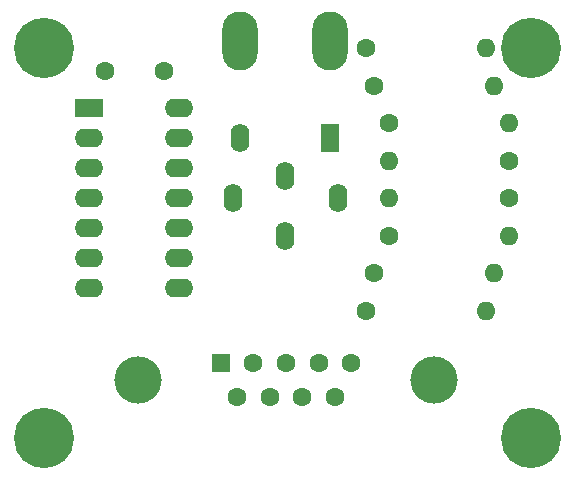
<source format=gts>
%TF.GenerationSoftware,KiCad,Pcbnew,(5.1.8)-1*%
%TF.CreationDate,2021-01-13T01:48:42+01:00*%
%TF.ProjectId,D32 Joystick Adapter,44333220-4a6f-4797-9374-69636b204164,rev?*%
%TF.SameCoordinates,Original*%
%TF.FileFunction,Soldermask,Top*%
%TF.FilePolarity,Negative*%
%FSLAX46Y46*%
G04 Gerber Fmt 4.6, Leading zero omitted, Abs format (unit mm)*
G04 Created by KiCad (PCBNEW (5.1.8)-1) date 2021-01-13 01:48:42*
%MOMM*%
%LPD*%
G01*
G04 APERTURE LIST*
%ADD10O,1.600000X2.400000*%
%ADD11O,3.000000X5.000000*%
%ADD12R,1.600000X2.400000*%
%ADD13C,5.100000*%
%ADD14R,1.600000X1.600000*%
%ADD15C,1.600000*%
%ADD16C,4.000000*%
%ADD17O,1.600000X1.600000*%
%ADD18R,2.400000X1.600000*%
%ADD19O,2.400000X1.600000*%
G04 APERTURE END LIST*
D10*
%TO.C,J1*%
X122682000Y-86360000D03*
X118872000Y-83185000D03*
D11*
X126492000Y-74930000D03*
X118872000Y-74930000D03*
D10*
X118237000Y-88265000D03*
X122682000Y-91440000D03*
X127127000Y-88265000D03*
D12*
X126492000Y-83185000D03*
%TD*%
D13*
%TO.C,M1*%
X102235000Y-108585000D03*
%TD*%
D14*
%TO.C,J2*%
X117200000Y-102235000D03*
D15*
X119970000Y-102235000D03*
X122740000Y-102235000D03*
X125510000Y-102235000D03*
X128280000Y-102235000D03*
X118585000Y-105075000D03*
X121355000Y-105075000D03*
X124125000Y-105075000D03*
X126895000Y-105075000D03*
D16*
X110240000Y-103655000D03*
X135240000Y-103655000D03*
%TD*%
D13*
%TO.C,M2*%
X143510000Y-108585000D03*
%TD*%
%TO.C,M3*%
X143510000Y-75565000D03*
%TD*%
%TO.C,M4*%
X102235000Y-75565000D03*
%TD*%
D17*
%TO.C,R1*%
X139700000Y-97790000D03*
D15*
X129540000Y-97790000D03*
%TD*%
%TO.C,R2*%
X129540000Y-75565000D03*
D17*
X139700000Y-75565000D03*
%TD*%
D15*
%TO.C,R3*%
X130175000Y-78740000D03*
D17*
X140335000Y-78740000D03*
%TD*%
%TO.C,R4*%
X131445000Y-85090000D03*
D15*
X141605000Y-85090000D03*
%TD*%
D17*
%TO.C,R5*%
X140335000Y-94615000D03*
D15*
X130175000Y-94615000D03*
%TD*%
%TO.C,R6*%
X131445000Y-81915000D03*
D17*
X141605000Y-81915000D03*
%TD*%
D15*
%TO.C,R7*%
X131445000Y-91440000D03*
D17*
X141605000Y-91440000D03*
%TD*%
%TO.C,R8*%
X131445000Y-88265000D03*
D15*
X141605000Y-88265000D03*
%TD*%
D18*
%TO.C,U1*%
X106045000Y-80645000D03*
D19*
X113665000Y-95885000D03*
X106045000Y-83185000D03*
X113665000Y-93345000D03*
X106045000Y-85725000D03*
X113665000Y-90805000D03*
X106045000Y-88265000D03*
X113665000Y-88265000D03*
X106045000Y-90805000D03*
X113665000Y-85725000D03*
X106045000Y-93345000D03*
X113665000Y-83185000D03*
X106045000Y-95885000D03*
X113665000Y-80645000D03*
%TD*%
D15*
%TO.C,C1*%
X112395000Y-77470000D03*
X107395000Y-77470000D03*
%TD*%
M02*

</source>
